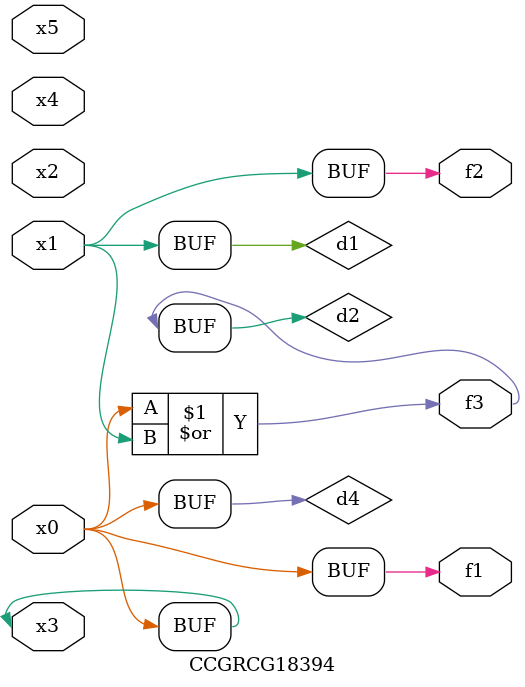
<source format=v>
module CCGRCG18394(
	input x0, x1, x2, x3, x4, x5,
	output f1, f2, f3
);

	wire d1, d2, d3, d4;

	and (d1, x1);
	or (d2, x0, x1);
	nand (d3, x0, x5);
	buf (d4, x0, x3);
	assign f1 = d4;
	assign f2 = d1;
	assign f3 = d2;
endmodule

</source>
